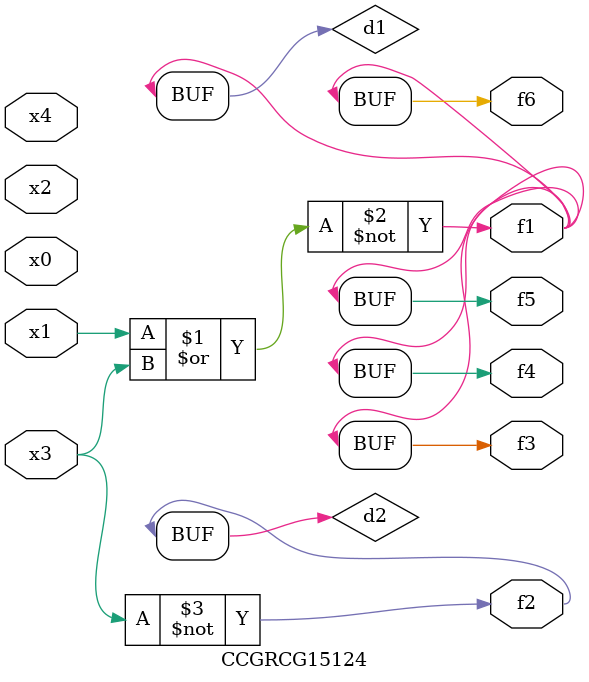
<source format=v>
module CCGRCG15124(
	input x0, x1, x2, x3, x4,
	output f1, f2, f3, f4, f5, f6
);

	wire d1, d2;

	nor (d1, x1, x3);
	not (d2, x3);
	assign f1 = d1;
	assign f2 = d2;
	assign f3 = d1;
	assign f4 = d1;
	assign f5 = d1;
	assign f6 = d1;
endmodule

</source>
